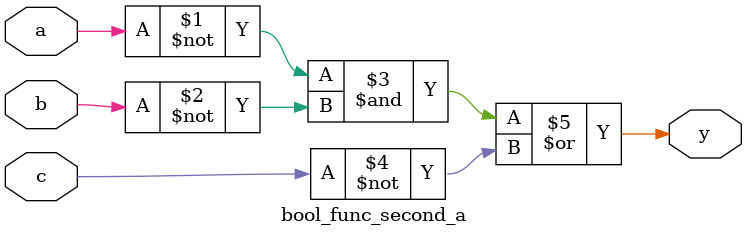
<source format=v>
`timescale 1ns / 1ps

//////////////////////////////////////////////////////////////////////////////////


module bool_func_second_a(
input a,
input b,
input c,
output y

    );
    assign y=((~a)&(~b))|(~c);
endmodule

</source>
